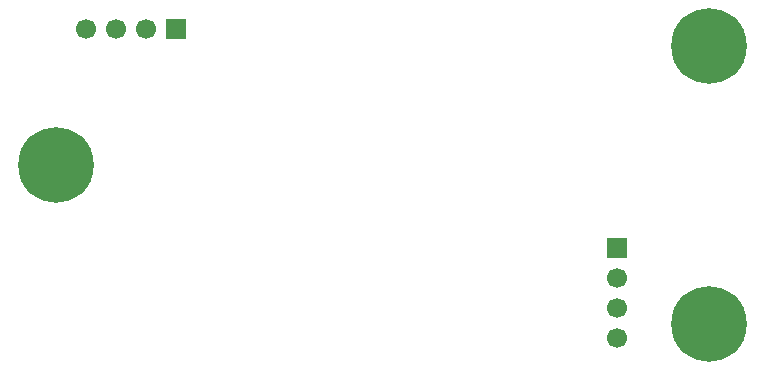
<source format=gbr>
%TF.GenerationSoftware,KiCad,Pcbnew,9.0.6-9.0.6~ubuntu22.04.1*%
%TF.CreationDate,2026-01-04T01:52:07+05:30*%
%TF.ProjectId,WLM_NODE1,574c4d5f-4e4f-4444-9531-2e6b69636164,rev?*%
%TF.SameCoordinates,Original*%
%TF.FileFunction,Soldermask,Bot*%
%TF.FilePolarity,Negative*%
%FSLAX46Y46*%
G04 Gerber Fmt 4.6, Leading zero omitted, Abs format (unit mm)*
G04 Created by KiCad (PCBNEW 9.0.6-9.0.6~ubuntu22.04.1) date 2026-01-04 01:52:07*
%MOMM*%
%LPD*%
G01*
G04 APERTURE LIST*
%ADD10C,0.800000*%
%ADD11C,6.400000*%
%ADD12R,1.700000X1.700000*%
%ADD13C,1.700000*%
G04 APERTURE END LIST*
D10*
%TO.C,H2*%
X115400000Y-70700000D03*
X116102944Y-69002944D03*
X116102944Y-72397056D03*
X117800000Y-68300000D03*
D11*
X117800000Y-70700000D03*
D10*
X117800000Y-73100000D03*
X119497056Y-69002944D03*
X119497056Y-72397056D03*
X120200000Y-70700000D03*
%TD*%
%TO.C,H1*%
X170700000Y-84200000D03*
X171402944Y-82502944D03*
X171402944Y-85897056D03*
X173100000Y-81800000D03*
D11*
X173100000Y-84200000D03*
D10*
X173100000Y-86600000D03*
X174797056Y-82502944D03*
X174797056Y-85897056D03*
X175500000Y-84200000D03*
%TD*%
D12*
%TO.C,J5*%
X127920000Y-59200000D03*
D13*
X125380000Y-59200000D03*
X122840000Y-59200000D03*
X120300000Y-59200000D03*
%TD*%
D12*
%TO.C,J3*%
X165300000Y-77730000D03*
D13*
X165300000Y-80270000D03*
X165300000Y-82810000D03*
X165300000Y-85350000D03*
%TD*%
D10*
%TO.C,H3*%
X170702944Y-60647056D03*
X171405888Y-58950000D03*
X171405888Y-62344112D03*
X173102944Y-58247056D03*
D11*
X173102944Y-60647056D03*
D10*
X173102944Y-63047056D03*
X174800000Y-58950000D03*
X174800000Y-62344112D03*
X175502944Y-60647056D03*
%TD*%
M02*

</source>
